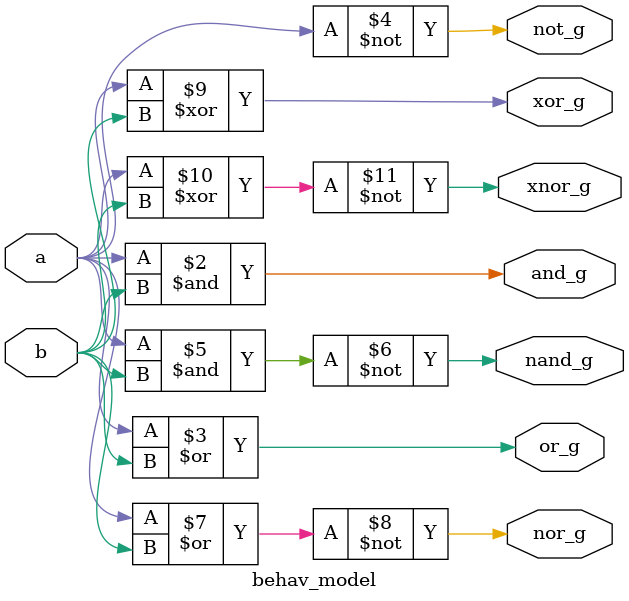
<source format=v>
`timescale 1ns / 1ps
module behav_model(
    input a, b,
    output reg and_g,
    output reg or_g,
    output reg not_g,
    output reg nand_g,
    output reg nor_g,
    output reg xor_g,
    output reg xnor_g);
    always@(*)
        begin
            and_g = a&b;
            or_g = a|b;
            not_g = ~a;
            nand_g = ~(a&b);
            nor_g = ~(a|b);
            xor_g = a^b;
            xnor_g = ~(a^b);
        end 
endmodule 
</source>
